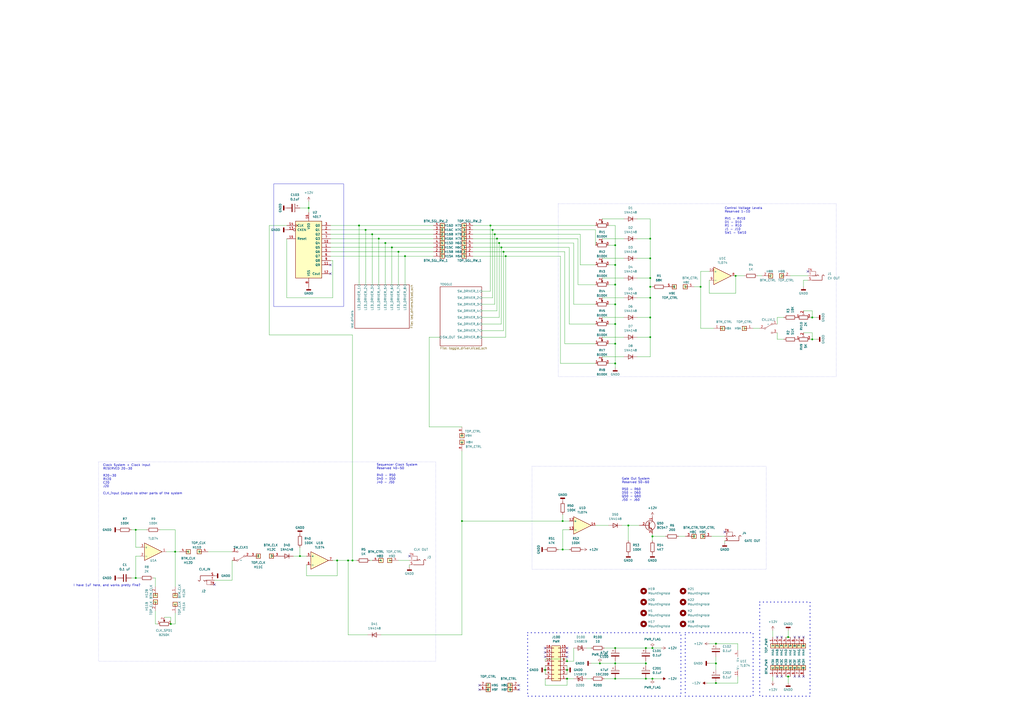
<source format=kicad_sch>
(kicad_sch (version 20230121) (generator eeschema)
  (paper "A2")
  (junction (at 457.2 369.57))
  (junction (at 347.98 384.81))
  (junction (at 267.97 302.26))
  (junction (at 223.52 140.97))
  (junction (at 356.87 153.67))
  (junction (at 78.74 335.28))
  (junction (at 364.49 304.8))
  (junction (at 356.87 393.7))
  (junction (at 328.93 388.62))
  (junction (at 287.02 135.89))
  (junction (at 356.87 199.39))
  (junction (at 227.33 143.51))
  (junction (at 356.87 142.24))
  (junction (at 219.71 138.43))
  (junction (at 173.99 322.58))
  (junction (at 290.83 143.51))
  (junction (at 288.29 138.43))
  (junction (at 374.65 375.92))
  (junction (at 378.46 311.15))
  (junction (at 328.93 393.7))
  (junction (at 284.48 130.81))
  (junction (at 101.6 320.04))
  (junction (at 377.19 138.43))
  (junction (at 99.06 361.95))
  (junction (at 374.65 384.81))
  (junction (at 374.65 393.7))
  (junction (at 316.23 388.62))
  (junction (at 234.95 148.59))
  (junction (at 406.4 166.37))
  (junction (at 356.87 384.81))
  (junction (at 378.46 375.92))
  (junction (at 356.87 210.82))
  (junction (at 179.07 120.65))
  (junction (at 208.28 130.81))
  (junction (at 356.87 176.53))
  (junction (at 356.87 165.1))
  (junction (at 378.46 393.7))
  (junction (at 426.72 160.02))
  (junction (at 471.17 184.15))
  (junction (at 195.58 325.12))
  (junction (at 285.75 133.35))
  (junction (at 377.19 195.58))
  (junction (at 377.19 166.37))
  (junction (at 471.17 196.85))
  (junction (at 377.19 184.15))
  (junction (at 78.74 307.34))
  (junction (at 377.19 172.72))
  (junction (at 293.37 148.59))
  (junction (at 356.87 187.96))
  (junction (at 415.29 396.24))
  (junction (at 377.19 149.86))
  (junction (at 457.2 392.43))
  (junction (at 292.1 146.05))
  (junction (at 415.29 373.38))
  (junction (at 204.47 325.12))
  (junction (at 415.29 384.81))
  (junction (at 201.93 325.12))
  (junction (at 212.09 133.35))
  (junction (at 326.39 318.77))
  (junction (at 289.56 140.97))
  (junction (at 215.9 135.89))
  (junction (at 377.19 161.29))
  (junction (at 356.87 375.92))
  (junction (at 328.93 383.54))
  (junction (at 326.39 302.26))
  (junction (at 231.14 146.05))
  (no_connect (at 453.39 392.43))
  (no_connect (at 316.23 378.46))
  (no_connect (at 237.49 322.58))
  (no_connect (at 450.85 392.43))
  (no_connect (at 461.01 392.43))
  (no_connect (at 450.85 369.57))
  (no_connect (at 328.93 378.46))
  (no_connect (at 278.13 400.05))
  (no_connect (at 453.39 369.57))
  (no_connect (at 463.55 392.43))
  (no_connect (at 124.46 339.09))
  (no_connect (at 328.93 381))
  (no_connect (at 468.63 157.48))
  (no_connect (at 316.23 381))
  (no_connect (at 463.55 369.57))
  (no_connect (at 420.37 308.61))
  (no_connect (at 328.93 375.92))
  (no_connect (at 466.09 392.43))
  (no_connect (at 191.77 158.75))
  (no_connect (at 461.01 369.57))
  (no_connect (at 300.99 400.05))
  (no_connect (at 466.09 369.57))
  (no_connect (at 316.23 375.92))
  (no_connect (at 300.99 397.51))
  (no_connect (at 191.77 153.67))
  (no_connect (at 278.13 397.51))
  (wire (pts (xy 95.25 358.14) (xy 99.06 358.14)))
  (wire (pts (xy 377.19 166.37) (xy 378.46 166.37)))
  (wire (pts (xy 231.14 325.12) (xy 237.49 325.12)))
  (wire (pts (xy 101.6 320.04) (xy 104.14 320.04)))
  (wire (pts (xy 166.37 172.72) (xy 166.37 138.43)))
  (wire (pts (xy 191.77 133.35) (xy 212.09 133.35)))
  (wire (pts (xy 471.17 180.34) (xy 471.17 184.15)))
  (wire (pts (xy 316.23 386.08) (xy 316.23 388.62)))
  (wire (pts (xy 364.49 304.8) (xy 370.84 304.8)))
  (wire (pts (xy 345.44 210.82) (xy 325.12 210.82)))
  (wire (pts (xy 356.87 384.81) (xy 356.87 386.08)))
  (wire (pts (xy 349.25 207.01) (xy 361.95 207.01)))
  (wire (pts (xy 374.65 383.54) (xy 374.65 384.81)))
  (wire (pts (xy 466.09 166.37) (xy 466.09 162.56)))
  (wire (pts (xy 457.2 396.24) (xy 457.2 392.43)))
  (wire (pts (xy 411.48 162.56) (xy 411.48 170.18)))
  (wire (pts (xy 353.06 165.1) (xy 356.87 165.1)))
  (wire (pts (xy 411.48 373.38) (xy 415.29 373.38)))
  (wire (pts (xy 353.06 130.81) (xy 356.87 130.81)))
  (wire (pts (xy 279.4 187.96) (xy 290.83 187.96)))
  (wire (pts (xy 213.36 368.3) (xy 201.93 368.3)))
  (wire (pts (xy 215.9 135.89) (xy 215.9 165.1)))
  (wire (pts (xy 177.8 334.01) (xy 195.58 334.01)))
  (wire (pts (xy 251.46 133.35) (xy 212.09 133.35)))
  (wire (pts (xy 353.06 153.67) (xy 356.87 153.67)))
  (wire (pts (xy 191.77 143.51) (xy 227.33 143.51)))
  (wire (pts (xy 195.58 334.01) (xy 195.58 325.12)))
  (wire (pts (xy 76.2 335.28) (xy 78.74 335.28)))
  (wire (pts (xy 177.8 327.66) (xy 177.8 334.01)))
  (wire (pts (xy 279.4 176.53) (xy 287.02 176.53)))
  (wire (pts (xy 223.52 140.97) (xy 223.52 165.1)))
  (wire (pts (xy 328.93 386.08) (xy 328.93 388.62)))
  (wire (pts (xy 469.9 184.15) (xy 471.17 184.15)))
  (wire (pts (xy 356.87 393.7) (xy 374.65 393.7)))
  (wire (pts (xy 415.29 384.81) (xy 415.29 388.62)))
  (wire (pts (xy 288.29 180.34) (xy 288.29 138.43)))
  (wire (pts (xy 223.52 140.97) (xy 251.46 140.97)))
  (wire (pts (xy 336.55 135.89) (xy 336.55 153.67)))
  (wire (pts (xy 78.74 307.34) (xy 85.09 307.34)))
  (wire (pts (xy 293.37 148.59) (xy 274.32 148.59)))
  (wire (pts (xy 292.1 146.05) (xy 327.66 146.05)))
  (wire (pts (xy 78.74 335.28) (xy 81.28 335.28)))
  (wire (pts (xy 450.85 184.15) (xy 450.85 187.96)))
  (wire (pts (xy 193.04 151.13) (xy 193.04 172.72)))
  (wire (pts (xy 374.65 384.81) (xy 374.65 386.08)))
  (wire (pts (xy 179.07 120.65) (xy 179.07 123.19)))
  (wire (pts (xy 99.06 361.95) (xy 99.06 358.14)))
  (wire (pts (xy 377.19 184.15) (xy 377.19 195.58)))
  (wire (pts (xy 393.7 311.15) (xy 397.51 311.15)))
  (wire (pts (xy 374.65 375.92) (xy 378.46 375.92)))
  (wire (pts (xy 457.2 369.57) (xy 455.93 369.57)))
  (wire (pts (xy 279.4 172.72) (xy 285.75 172.72)))
  (wire (pts (xy 353.06 176.53) (xy 356.87 176.53)))
  (wire (pts (xy 427.99 373.38) (xy 427.99 377.19)))
  (wire (pts (xy 436.88 190.5) (xy 440.69 190.5)))
  (wire (pts (xy 410.21 396.24) (xy 415.29 396.24)))
  (wire (pts (xy 378.46 311.15) (xy 378.46 313.69)))
  (wire (pts (xy 231.14 146.05) (xy 251.46 146.05)))
  (wire (pts (xy 466.09 193.04) (xy 471.17 193.04)))
  (wire (pts (xy 195.58 325.12) (xy 201.93 325.12)))
  (wire (pts (xy 364.49 313.69) (xy 364.49 304.8)))
  (wire (pts (xy 287.02 176.53) (xy 287.02 135.89)))
  (wire (pts (xy 411.48 170.18) (xy 426.72 170.18)))
  (wire (pts (xy 231.14 146.05) (xy 231.14 165.1)))
  (wire (pts (xy 325.12 148.59) (xy 325.12 210.82)))
  (wire (pts (xy 92.71 307.34) (xy 101.6 307.34)))
  (wire (pts (xy 179.07 116.84) (xy 179.07 120.65)))
  (wire (pts (xy 325.12 148.59) (xy 293.37 148.59)))
  (wire (pts (xy 316.23 382.27) (xy 328.93 382.27)))
  (wire (pts (xy 219.71 138.43) (xy 251.46 138.43)))
  (wire (pts (xy 369.57 161.29) (xy 377.19 161.29)))
  (wire (pts (xy 292.1 191.77) (xy 292.1 146.05)))
  (wire (pts (xy 326.39 307.34) (xy 326.39 318.77)))
  (wire (pts (xy 193.04 325.12) (xy 195.58 325.12)))
  (wire (pts (xy 356.87 383.54) (xy 356.87 384.81)))
  (wire (pts (xy 234.95 148.59) (xy 251.46 148.59)))
  (wire (pts (xy 454.66 196.85) (xy 450.85 196.85)))
  (wire (pts (xy 406.4 166.37) (xy 406.4 190.5)))
  (wire (pts (xy 349.25 172.72) (xy 361.95 172.72)))
  (wire (pts (xy 274.32 146.05) (xy 292.1 146.05)))
  (wire (pts (xy 458.47 369.57) (xy 457.2 369.57)))
  (wire (pts (xy 279.4 180.34) (xy 288.29 180.34)))
  (wire (pts (xy 267.97 261.62) (xy 267.97 302.26)))
  (wire (pts (xy 356.87 199.39) (xy 356.87 210.82)))
  (wire (pts (xy 237.49 328.93) (xy 237.49 327.66)))
  (wire (pts (xy 441.96 160.02) (xy 439.42 160.02)))
  (wire (pts (xy 290.83 187.96) (xy 290.83 143.51)))
  (wire (pts (xy 330.2 307.34) (xy 326.39 307.34)))
  (wire (pts (xy 219.71 138.43) (xy 219.71 165.1)))
  (wire (pts (xy 173.99 120.65) (xy 179.07 120.65)))
  (wire (pts (xy 90.17 335.28) (xy 88.9 335.28)))
  (wire (pts (xy 101.6 307.34) (xy 101.6 320.04)))
  (wire (pts (xy 234.95 148.59) (xy 234.95 165.1)))
  (wire (pts (xy 369.57 184.15) (xy 377.19 184.15)))
  (wire (pts (xy 204.47 325.12) (xy 207.01 325.12)))
  (wire (pts (xy 274.32 135.89) (xy 287.02 135.89)))
  (wire (pts (xy 377.19 172.72) (xy 377.19 184.15)))
  (wire (pts (xy 248.92 195.58) (xy 248.92 247.65)))
  (wire (pts (xy 274.32 138.43) (xy 288.29 138.43)))
  (wire (pts (xy 448.31 369.57) (xy 448.31 365.76)))
  (wire (pts (xy 458.47 160.02) (xy 468.63 160.02)))
  (wire (pts (xy 290.83 143.51) (xy 330.2 143.51)))
  (wire (pts (xy 406.4 157.48) (xy 406.4 166.37)))
  (wire (pts (xy 369.57 138.43) (xy 377.19 138.43)))
  (wire (pts (xy 288.29 138.43) (xy 335.28 138.43)))
  (wire (pts (xy 369.57 127) (xy 377.19 127)))
  (wire (pts (xy 335.28 165.1) (xy 345.44 165.1)))
  (wire (pts (xy 345.44 142.24) (xy 345.44 133.35)))
  (wire (pts (xy 332.74 176.53) (xy 345.44 176.53)))
  (wire (pts (xy 377.19 207.01) (xy 369.57 207.01)))
  (wire (pts (xy 191.77 135.89) (xy 215.9 135.89)))
  (wire (pts (xy 267.97 302.26) (xy 267.97 368.3)))
  (wire (pts (xy 201.93 368.3) (xy 201.93 325.12)))
  (wire (pts (xy 289.56 140.97) (xy 332.74 140.97)))
  (wire (pts (xy 274.32 133.35) (xy 285.75 133.35)))
  (wire (pts (xy 316.23 393.7) (xy 316.23 397.51)))
  (wire (pts (xy 204.47 325.12) (xy 201.93 325.12)))
  (wire (pts (xy 328.93 393.7) (xy 332.74 393.7)))
  (wire (pts (xy 471.17 193.04) (xy 471.17 196.85)))
  (wire (pts (xy 377.19 138.43) (xy 377.19 149.86)))
  (wire (pts (xy 350.52 393.7) (xy 356.87 393.7)))
  (wire (pts (xy 208.28 130.81) (xy 251.46 130.81)))
  (wire (pts (xy 212.09 133.35) (xy 212.09 165.1)))
  (wire (pts (xy 349.25 149.86) (xy 361.95 149.86)))
  (wire (pts (xy 316.23 388.62) (xy 316.23 391.16)))
  (wire (pts (xy 101.6 361.95) (xy 99.06 361.95)))
  (wire (pts (xy 458.47 392.43) (xy 457.2 392.43)))
  (wire (pts (xy 248.92 247.65) (xy 267.97 247.65)))
  (wire (pts (xy 349.25 138.43) (xy 361.95 138.43)))
  (wire (pts (xy 267.97 302.26) (xy 326.39 302.26)))
  (wire (pts (xy 356.87 375.92) (xy 374.65 375.92)))
  (wire (pts (xy 279.4 168.91) (xy 284.48 168.91)))
  (wire (pts (xy 356.87 142.24) (xy 356.87 153.67)))
  (wire (pts (xy 353.06 187.96) (xy 356.87 187.96)))
  (wire (pts (xy 326.39 298.45) (xy 326.39 302.26)))
  (wire (pts (xy 279.4 195.58) (xy 293.37 195.58)))
  (wire (pts (xy 274.32 140.97) (xy 289.56 140.97)))
  (wire (pts (xy 369.57 149.86) (xy 377.19 149.86)))
  (wire (pts (xy 328.93 388.62) (xy 328.93 391.16)))
  (wire (pts (xy 471.17 196.85) (xy 473.71 196.85)))
  (wire (pts (xy 96.52 320.04) (xy 101.6 320.04)))
  (wire (pts (xy 330.2 187.96) (xy 345.44 187.96)))
  (wire (pts (xy 220.98 368.3) (xy 267.97 368.3)))
  (wire (pts (xy 353.06 142.24) (xy 356.87 142.24)))
  (wire (pts (xy 76.2 307.34) (xy 78.74 307.34)))
  (wire (pts (xy 323.85 318.77) (xy 326.39 318.77)))
  (wire (pts (xy 120.65 320.04) (xy 134.62 320.04)))
  (wire (pts (xy 170.18 322.58) (xy 173.99 322.58)))
  (wire (pts (xy 166.37 130.81) (xy 156.21 130.81)))
  (wire (pts (xy 356.87 153.67) (xy 356.87 165.1)))
  (wire (pts (xy 81.28 317.5) (xy 78.74 317.5)))
  (wire (pts (xy 332.74 375.92) (xy 332.74 383.54)))
  (wire (pts (xy 193.04 172.72) (xy 166.37 172.72)))
  (wire (pts (xy 349.25 161.29) (xy 361.95 161.29)))
  (wire (pts (xy 448.31 392.43) (xy 448.31 394.97)))
  (wire (pts (xy 349.25 127) (xy 361.95 127)))
  (wire (pts (xy 454.66 184.15) (xy 450.85 184.15)))
  (wire (pts (xy 345.44 153.67) (xy 336.55 153.67)))
  (wire (pts (xy 374.65 393.7) (xy 378.46 393.7)))
  (wire (pts (xy 215.9 325.12) (xy 214.63 325.12)))
  (wire (pts (xy 284.48 130.81) (xy 284.48 168.91)))
  (wire (pts (xy 345.44 304.8) (xy 353.06 304.8)))
  (wire (pts (xy 287.02 135.89) (xy 336.55 135.89)))
  (wire (pts (xy 420.37 313.69) (xy 420.37 314.96)))
  (wire (pts (xy 326.39 318.77) (xy 330.2 318.77)))
  (wire (pts (xy 328.93 393.7) (xy 328.93 397.51)))
  (wire (pts (xy 412.75 311.15) (xy 420.37 311.15)))
  (wire (pts (xy 356.87 176.53) (xy 356.87 187.96)))
  (wire (pts (xy 191.77 130.81) (xy 208.28 130.81)))
  (wire (pts (xy 326.39 302.26) (xy 330.2 302.26)))
  (wire (pts (xy 101.6 355.6) (xy 101.6 361.95)))
  (wire (pts (xy 274.32 143.51) (xy 290.83 143.51)))
  (wire (pts (xy 415.29 381) (xy 415.29 384.81)))
  (wire (pts (xy 90.17 361.95) (xy 91.44 361.95)))
  (wire (pts (xy 378.46 311.15) (xy 386.08 311.15)))
  (wire (pts (xy 330.2 143.51) (xy 330.2 187.96)))
  (wire (pts (xy 350.52 375.92) (xy 356.87 375.92)))
  (wire (pts (xy 284.48 130.81) (xy 345.44 130.81)))
  (wire (pts (xy 415.29 396.24) (xy 427.99 396.24)))
  (wire (pts (xy 377.19 149.86) (xy 377.19 161.29)))
  (wire (pts (xy 415.29 373.38) (xy 427.99 373.38)))
  (wire (pts (xy 364.49 304.8) (xy 360.68 304.8)))
  (wire (pts (xy 377.19 161.29) (xy 377.19 166.37)))
  (wire (pts (xy 293.37 195.58) (xy 293.37 148.59)))
  (wire (pts (xy 347.98 384.81) (xy 356.87 384.81)))
  (wire (pts (xy 353.06 199.39) (xy 356.87 199.39)))
  (wire (pts (xy 78.74 322.58) (xy 78.74 335.28)))
  (wire (pts (xy 356.87 165.1) (xy 356.87 176.53)))
  (wire (pts (xy 377.19 166.37) (xy 377.19 172.72)))
  (wire (pts (xy 345.44 133.35) (xy 285.75 133.35)))
  (wire (pts (xy 191.77 138.43) (xy 219.71 138.43)))
  (wire (pts (xy 335.28 138.43) (xy 335.28 165.1)))
  (wire (pts (xy 450.85 196.85) (xy 450.85 193.04)))
  (wire (pts (xy 327.66 146.05) (xy 327.66 199.39)))
  (wire (pts (xy 469.9 196.85) (xy 471.17 196.85)))
  (wire (pts (xy 248.92 195.58) (xy 255.27 195.58)))
  (wire (pts (xy 356.87 384.81) (xy 374.65 384.81)))
  (wire (pts (xy 340.36 393.7) (xy 342.9 393.7)))
  (wire (pts (xy 134.62 336.55) (xy 134.62 325.12)))
  (wire (pts (xy 356.87 187.96) (xy 356.87 199.39)))
  (wire (pts (xy 90.17 335.28) (xy 90.17 340.36)))
  (wire (pts (xy 191.77 146.05) (xy 231.14 146.05)))
  (wire (pts (xy 411.48 384.81) (xy 415.29 384.81)))
  (wire (pts (xy 279.4 191.77) (xy 292.1 191.77)))
  (wire (pts (xy 81.28 322.58) (xy 78.74 322.58)))
  (wire (pts (xy 356.87 130.81) (xy 356.87 142.24)))
  (wire (pts (xy 426.72 160.02) (xy 431.8 160.02)))
  (wire (pts (xy 316.23 397.51) (xy 328.93 397.51)))
  (wire (pts (xy 414.02 190.5) (xy 406.4 190.5)))
  (wire (pts (xy 356.87 210.82) (xy 353.06 210.82)))
  (wire (pts (xy 378.46 393.7) (xy 383.54 393.7)))
  (wire (pts (xy 173.99 322.58) (xy 177.8 322.58)))
  (wire (pts (xy 411.48 157.48) (xy 406.4 157.48)))
  (wire (pts (xy 369.57 195.58) (xy 377.19 195.58)))
  (wire (pts (xy 471.17 184.15) (xy 473.71 184.15)))
  (wire (pts (xy 204.47 194.31) (xy 204.47 325.12)))
  (wire (pts (xy 173.99 317.5) (xy 173.99 322.58)))
  (wire (pts (xy 227.33 143.51) (xy 227.33 165.1)))
  (wire (pts (xy 327.66 199.39) (xy 345.44 199.39)))
  (wire (pts (xy 377.19 127) (xy 377.19 138.43)))
  (wire (pts (xy 124.46 336.55) (xy 134.62 336.55)))
  (wire (pts (xy 78.74 307.34) (xy 78.74 317.5)))
  (wire (pts (xy 402.59 166.37) (xy 406.4 166.37)))
  (wire (pts (xy 378.46 309.88) (xy 378.46 311.15)))
  (wire (pts (xy 101.6 320.04) (xy 101.6 340.36)))
  (wire (pts (xy 279.4 184.15) (xy 289.56 184.15)))
  (wire (pts (xy 328.93 383.54) (xy 332.74 383.54)))
  (wire (pts (xy 378.46 375.92) (xy 383.54 375.92)))
  (wire (pts (xy 349.25 195.58) (xy 361.95 195.58)))
  (wire (pts (xy 356.87 210.82) (xy 356.87 213.36)))
  (wire (pts (xy 426.72 170.18) (xy 426.72 160.02)))
  (wire (pts (xy 369.57 172.72) (xy 377.19 172.72)))
  (wire (pts (xy 457.2 369.57) (xy 457.2 365.76)))
  (wire (pts (xy 191.77 148.59) (xy 234.95 148.59)))
  (wire (pts (xy 289.56 184.15) (xy 289.56 140.97)))
  (wire (pts (xy 251.46 135.89) (xy 215.9 135.89)))
  (wire (pts (xy 466.09 180.34) (xy 471.17 180.34)))
  (wire (pts (xy 274.32 130.81) (xy 284.48 130.81)))
  (wire (pts (xy 457.2 392.43) (xy 455.93 392.43)))
  (wire (pts (xy 191.77 151.13) (xy 193.04 151.13)))
  (wire (pts (xy 466.09 162.56) (xy 468.63 162.56)))
  (wire (pts (xy 342.9 384.81) (xy 347.98 384.81)))
  (wire (pts (xy 377.19 195.58) (xy 377.19 207.01)))
  (wire (pts (xy 332.74 140.97) (xy 332.74 176.53)))
  (wire (pts (xy 208.28 130.81) (xy 208.28 165.1)))
  (wire (pts (xy 427.99 396.24) (xy 427.99 392.43)))
  (wire (pts (xy 191.77 140.97) (xy 223.52 140.97)))
  (wire (pts (xy 316.23 383.54) (xy 316.23 382.27)))
  (wire (pts (xy 328.93 382.27) (xy 328.93 383.54)))
  (wire (pts (xy 340.36 375.92) (xy 342.9 375.92)))
  (wire (pts (xy 156.21 194.31) (xy 204.47 194.31)))
  (wire (pts (xy 227.33 143.51) (xy 251.46 143.51)))
  (wire (pts (xy 349.25 184.15) (xy 361.95 184.15)))
  (wire (pts (xy 285.75 133.35) (xy 285.75 172.72)))
  (wire (pts (xy 90.17 354.33) (xy 90.17 361.95)))
  (wire (pts (xy 156.21 130.81) (xy 156.21 194.31)))
  (rectangle (start 323.85 118.11) (end 485.14 218.44) (stroke (width 0) (type dot)))
  (rectangle (start 306.07 367.03) (end 394.97 403.86) (stroke (width 0.5) (type dot)))
  (rectangle (start 158.75 106.68) (end 199.39 177.8))
  (rectangle (start 308.61 270.51) (end 444.5 330.2) (stroke (width 0) (type dot)))
  (rectangle (start 397.51 367.03) (end 436.88 403.86) (stroke (width 0.5) (type dot)))
  (rectangle (start 440.69 349.25) (end 469.9 403.86) (stroke (width 0.5) (type dot)))
  (rectangle (start 57.15 267.97) (end 252.73 383.54) (stroke (width 0) (type dot)))
  (text "Sequencer Clock System\nReserved 40-50\n\nR40 - R50\nD40 - D50\nJ40 - J50" (at 218.44 280.67 0) (effects (font (size 1.27 1.27)) (justify left bottom)))
  (text "Clock System + Clock Input\nRESERVED 20-30\n\nR20-30\nRV20\nC20\nJ20\n\nCLK_input (output to other parts of the system" (at 59.69 287.02 0) (effects (font (size 1.27 1.27)) (justify left bottom)))
  (text "I have 1uF here, and works pretty fine?" (at 42.545 340.36 0) (effects (font (size 1.27 1.27)) (justify left bottom)))
  (text "Control Voltage Levels\nReserved 1-10\n\nRV1 - RV10\nD1 - D10\nR1 - R10\nJ1 - J10\nSW1 - SW10" (at 420.37 135.89 0) (effects (font (size 1.27 1.27)) (justify left bottom)))
  (text "Gate Out System\nReserved 50-60\n\nR50 - R60\nD50 - D60\nQ50 - Q60\nJ50 - J60" (at 360.68 290.83 0) (effects (font (size 1.27 1.27)) (justify left bottom)))
  (symbol (lib_id "Device:C_Polarized") (at 170.18 120.65 270) (unit 1)
    (property "Reference" "C103" (at 171.069 113.03 90))
    (property "Value" "0.1uF" (at 171.069 115.57 90))
    (property "Footprint" "Capacitor_THT:CP_Radial_D4.0mm_P2.00mm" (effects hide))
  )
  (symbol (lib_id "Diode:1N4148") (at 365.76 184.15 180) (unit 1)
    (property "Reference" "D6" (at 365.76 177.8 0))
    (property "Value" "1N4148" (at 365.76 180.34 0))
    (property "Footprint" "Diode_THT:D_DO-35_SOD27_P7.62mm_Horizontal" (effects hide))
    (property "Datasheet" "https://assets.nexperia.com/documents/data-sheet/1N4148_1N4448.pdf" (effects hide))
    (property "Sim.Device" "D" (effects hide))
    (property "Sim.Pins" "1=K 2=A" (effects hide))
  )
  (symbol (lib_id "Synth_Custom:CONN_Socket_01x04") (at 256.54 140.97 0) (unit 4)
    (property "Reference" "H15" (at 260.35 140.97 0))
    (property "Value" "BTM_SGL_RW_1" (effects hide))
    (property "Footprint" "synth-custom:PinSocket_1x04_P2.00mm_Vertical" (effects hide))
  )
  (symbol (lib_id "power:GNDD") (at 68.58 307.34 270) (unit 1)
    (property "Reference" "#PWR01" (effects hide))
    (property "Value" "GNDD" (at 64.77 307.34 90) (effects (justify right)))
  )
  (symbol (lib_id "power:GNDD") (at 328.93 388.62 90) (unit 1)
    (property "Reference" "#PWR036" (effects hide))
    (property "Value" "GNDD" (at 332.74 388.62 90) (effects (justify right)))
  )
  (symbol (lib_id "power:-12V") (at 383.54 393.7 270) (unit 1)
    (property "Reference" "#PWR029" (effects hide))
    (property "Value" "-12V" (at 387.35 393.7 90) (effects (justify left)))
  )
  (symbol (lib_id "Synth_Custom:CONN_Socket_01x08") (at 453.39 387.35 90) (unit 3)
    (property "Reference" "H3" (at 453.39 386.08 0) (effects (justify left)))
    (property "Value" "BTM_PWR" (effects hide))
    (property "Footprint" "synth-custom:PinSocket_1x08_P2.00mm_Vertical" (effects hide))
  )
  (symbol (lib_id "Device:R_Potentiometer") (at 349.25 165.1 90) (unit 1)
    (property "Reference" "RV4" (at 349.25 168.91 90))
    (property "Value" "B100K" (at 349.25 171.45 90))
    (property "Footprint" "Potentiometer_THT:Potentiometer_TT_P0915N" (effects hide))
  )
  (symbol (lib_id "power:+12V") (at 448.31 394.97 180) (unit 1)
    (property "Reference" "#PWR039" (effects hide))
    (property "Value" "+12V" (at 448.31 400.05 0))
  )
  (symbol (lib_id "Synth_Custom:AudioJack2_PJ398SM") (at 119.38 336.55 0) (unit 1)
    (property "Reference" "J2" (at 118.11 342.9 0))
    (property "Value" "CLK_IN" (at 118.745 330.2 0))
    (property "Footprint" "synth-custom:Jack_3.5mm_QingPu_WQP-PJ398SM_Vertical_CircularHoles" (effects hide))
  )
  (symbol (lib_id "Synth_Custom:CONN_Socket_01x04") (at 101.6 345.44 270) (unit 1)
    (property "Reference" "H12" (at 106.68 344.17 0))
    (property "Value" "BTM_CLK" (at 104.14 342.9 0))
    (property "Footprint" "synth-custom:PinSocket_1x04_P2.00mm_Vertical" (effects hide))
  )
  (symbol (lib_id "power:GNDD") (at 457.2 365.76 180) (unit 1)
    (property "Reference" "#PWR033" (effects hide))
    (property "Value" "GNDD" (at 457.2 361.95 0))
  )
  (symbol (lib_id "Device:R") (at 378.46 317.5 180) (unit 1)
    (property "Reference" "R54" (at 381 316.23 0) (effects (justify right)))
    (property "Value" "4K7" (at 381 318.77 0) (effects (justify right)))
    (property "Footprint" "Resistor_THT:R_Axial_DIN0207_L6.3mm_D2.5mm_P10.16mm_Horizontal" (effects hide))
  )
  (symbol (lib_id "Synth_Custom:AudioJack2_PJ398SM") (at 425.45 311.15 180) (unit 1)
    (property "Reference" "J4" (at 430.53 309.245 0) (effects (justify right)))
    (property "Value" "GATE OUT" (at 431.8 313.69 0) (effects (justify right)))
    (property "Footprint" "synth-custom:Jack_3.5mm_QingPu_WQP-PJ398SM_Vertical_CircularHoles" (effects hide))
  )
  (symbol (lib_id "Synth_Custom:CONN_Socket_01x08") (at 402.59 311.15 0) (unit 3)
    (property "Reference" "H8" (at 400.05 308.61 0) (effects (justify left)))
    (property "Value" "BTM_CTRL" (at 396.24 306.07 0) (effects (justify left)))
    (property "Footprint" "synth-custom:PinSocket_1x08_P2.00mm_Vertical" (effects hide))
  )
  (symbol (lib_id "Amplifier_Operational:TL074") (at 419.1 160.02 0) (unit 3)
    (property "Reference" "U1" (at 419.1 149.86 0))
    (property "Value" "TL074" (at 419.1 152.4 0))
    (property "Footprint" "Package_DIP:DIP-14_W7.62mm_Socket_LongPads" (effects hide))
    (property "Datasheet" "http://www.ti.com/lit/ds/symlink/tl071.pdf" (effects hide))
  )
  (symbol (lib_id "Synth_Custom:CONN_Socket_01x04") (at 256.54 138.43 0) (unit 1)
    (property "Reference" "H16" (at 260.35 138.43 0))
    (property "Value" "BTM_SGL_RW_2" (at 252.73 128.27 0))
    (property "Footprint" "synth-custom:PinSocket_1x04_P2.00mm_Vertical" (effects hide))
  )
  (symbol (lib_id "Synth_Custom:CONN_Header_01x08") (at 407.67 311.15 180) (unit 3)
    (property "Reference" "H9" (at 407.67 308.61 0))
    (property "Value" "TOP_CTRL" (at 410.21 306.07 0))
    (property "Footprint" "synth-custom:PinHeader_1x08_P2.00mm_Vertical" (effects hide))
  )
  (symbol (lib_id "Diode:1N4148") (at 356.87 304.8 180) (unit 1)
    (property "Reference" "D50" (at 356.87 298.45 0))
    (property "Value" "1N4148" (at 356.87 300.99 0))
    (property "Footprint" "Diode_THT:D_DO-35_SOD27_P7.62mm_Horizontal" (effects hide))
    (property "Datasheet" "https://assets.nexperia.com/documents/data-sheet/1N4148_1N4448.pdf" (effects hide))
    (property "Sim.Device" "D" (effects hide))
    (property "Sim.Pins" "1=K 2=A" (effects hide))
  )
  (symbol (lib_id "Synth_Custom:AudioJack2_PJ398SM") (at 242.57 325.12 180) (unit 1)
    (property "Reference" "J3" (at 247.65 323.215 0) (effects (justify right)))
    (property "Value" "CLK OUT" (at 240.03 318.77 0) (effects (justify right)))
    (property "Footprint" "synth-custom:Jack_3.5mm_QingPu_WQP-PJ398SM_Vertical_CircularHoles" (effects hide))
  )
  (symbol (lib_id "power:GNDD") (at 420.37 314.96 0) (unit 1)
    (property "Reference" "#PWR014" (effects hide))
    (property "Value" "GNDD" (at 420.37 318.77 0))
  )
  (symbol (lib_id "Device:R") (at 85.09 335.28 270) (unit 1)
    (property "Reference" "R8" (at 85.09 328.93 90))
    (property "Value" "2K" (at 85.09 331.47 90))
    (property "Footprint" "Resistor_THT:R_Axial_DIN0207_L6.3mm_D2.5mm_P10.16mm_Horizontal" (effects hide))
  )
  (symbol (lib_id "Amplifier_Operational:TL074") (at 337.82 304.8 0) (unit 4)
    (property "Reference" "U1" (at 337.82 294.64 0))
    (property "Value" "TL074" (at 337.82 297.18 0))
    (property "Footprint" "Package_DIP:DIP-14_W7.62mm_Socket_LongPads" (effects hide))
    (property "Datasheet" "http://www.ti.com/lit/ds/symlink/tl071.pdf" (effects hide))
  )
  (symbol (lib_id "Synth_Custom:CONN_Header_01x04") (at 269.24 146.05 180) (unit 2)
    (property "Reference" "H6" (at 267.97 146.05 0) (effects (justify left)))
    (property "Value" "TOP_SGL_RW_1" (effects hide))
    (property "Footprint" "synth-custom:PinHeader_1x04_P2.00mm_Vertical" (effects hide))
  )
  (symbol (lib_id "power:+12V") (at 337.82 318.77 270) (unit 1)
    (property "Reference" "#PWR034" (effects hide))
    (property "Value" "+12V" (at 341.63 318.77 90) (effects (justify left)))
  )
  (symbol (lib_id "Diode:1N4148") (at 217.17 368.3 0) (unit 1)
    (property "Reference" "D41" (at 217.17 361.95 0))
    (property "Value" "1N4148" (at 217.17 364.49 0))
    (property "Footprint" "Diode_THT:D_DO-35_SOD27_P7.62mm_Horizontal" (effects hide))
    (property "Datasheet" "https://assets.nexperia.com/documents/data-sheet/1N4148_1N4448.pdf" (effects hide))
    (property "Sim.Device" "D" (effects hide))
    (property "Sim.Pins" "1=K 2=A" (effects hide))
  )
  (symbol (lib_id "power:GNDD") (at 173.99 309.88 180) (unit 1)
    (property "Reference" "#PWR022" (effects hide))
    (property "Value" "GNDD" (at 173.99 306.07 0))
  )
  (symbol (lib_id "Diode:1N4148") (at 365.76 138.43 180) (unit 1)
    (property "Reference" "D2" (at 365.76 132.08 0))
    (property "Value" "1N4148" (at 365.76 134.62 0))
    (property "Footprint" "Diode_THT:D_DO-35_SOD27_P7.62mm_Horizontal" (effects hide))
    (property "Datasheet" "https://assets.nexperia.com/documents/data-sheet/1N4148_1N4448.pdf" (effects hide))
    (property "Sim.Device" "D" (effects hide))
    (property "Sim.Pins" "1=K 2=A" (effects hide))
  )
  (symbol (lib_id "power:GNDD") (at 326.39 290.83 180) (unit 1)
    (property "Reference" "#PWR023" (effects hide))
    (property "Value" "GNDD" (at 326.39 287.02 0))
  )
  (symbol (lib_id "Device:R") (at 210.82 325.12 270) (unit 1)
    (property "Reference" "R5" (at 210.82 318.77 90))
    (property "Value" "1K" (at 210.82 321.31 90))
    (property "Footprint" "Resistor_THT:R_Axial_DIN0207_L6.3mm_D2.5mm_P10.16mm_Horizontal" (effects hide))
  )
  (symbol (lib_id "Synth_Custom:CONN_Header_01x08") (at 453.39 160.02 180) (unit 2)
    (property "Reference" "H9" (at 453.39 157.48 0))
    (property "Value" "TOP_CTRL" (at 455.93 162.56 0))
    (property "Footprint" "synth-custom:PinHeader_1x08_P2.00mm_Vertical" (effects hide))
  )
  (symbol (lib_id "Mechanical:MountingHole") (at 396.24 361.95 0) (unit 1)
    (property "Reference" "H18" (at 398.78 360.68 0) (effects (justify left)))
    (property "Value" "MountingHole" (at 398.78 363.22 0) (effects (justify left)))
    (property "Footprint" "MountingHole:MountingHole_3.5mm" (effects hide))
  )
  (symbol (lib_id "power:+12V") (at 411.48 373.38 90) (unit 1)
    (property "Reference" "#PWR024" (effects hide))
    (property "Value" "+12V" (at 407.67 373.38 90) (effects (justify left)))
  )
  (symbol (lib_id "Diode:1N4148") (at 365.76 149.86 180) (unit 1)
    (property "Reference" "D3" (at 365.76 143.51 0))
    (property "Value" "1N4148" (at 365.76 146.05 0))
    (property "Footprint" "Diode_THT:D_DO-35_SOD27_P7.62mm_Horizontal" (effects hide))
    (property "Datasheet" "https://assets.nexperia.com/documents/data-sheet/1N4148_1N4448.pdf" (effects hide))
    (property "Sim.Device" "D" (effects hide))
    (property "Sim.Pins" "1=K 2=A" (effects hide))
  )
  (symbol (lib_id "Diode:1N4148") (at 365.76 207.01 180) (unit 1)
    (property "Reference" "D8" (at 365.76 200.66 0))
    (property "Value" "1N4148" (at 365.76 203.2 0))
    (property "Footprint" "Diode_THT:D_DO-35_SOD27_P7.62mm_Horizontal" (effects hide))
    (property "Datasheet" "https://assets.nexperia.com/documents/data-sheet/1N4148_1N4448.pdf" (effects hide))
    (property "Sim.Device" "D" (effects hide))
    (property "Sim.Pins" "1=K 2=A" (effects hide))
  )
  (symbol (lib_id "Diode:1N4148") (at 365.76 127 180) (unit 1)
    (property "Reference" "D1" (at 365.76 120.65 0))
    (property "Value" "1N4148" (at 365.76 123.19 0))
    (property "Footprint" "Diode_THT:D_DO-35_SOD27_P7.62mm_Horizontal" (effects hide))
    (property "Datasheet" "https://assets.nexperia.com/documents/data-sheet/1N4148_1N4448.pdf" (effects hide))
    (property "Sim.Device" "D" (effects hide))
    (property "Sim.Pins" "1=K 2=A" (effects hide))
  )
  (symbol (lib_id "Synth_Custom:CONN_Header_01x08") (at 391.16 166.37 0) (unit 5)
    (property "Reference" "H9" (at 389.89 170.18 0))
    (property "Value" "TOP_CTRL" (at 388.62 172.72 0))
    (property "Footprint" "synth-custom:PinHeader_1x08_P2.00mm_Vertical" (effects hide))
  )
  (symbol (lib_id "Diode:1N5819") (at 336.55 393.7 0) (unit 1)
    (property "Reference" "D200" (at 336.55 397.51 0))
    (property "Value" "1N5819" (at 336.55 391.16 0))
    (property "Footprint" "Diode_THT:D_DO-35_SOD27_P7.62mm_Horizontal" (effects hide))
    (property "Datasheet" "http://www.vishay.com/docs/88525/1n5817.pdf" (effects hide))
  )
  (symbol (lib_id "Synth_Custom:CONN_Header_01x04") (at 269.24 135.89 180) (unit 2)
    (property "Reference" "H7" (at 267.97 135.89 0) (effects (justify left)))
    (property "Value" "TOP_SGL_RW_2" (effects hide))
    (property "Footprint" "synth-custom:PinHeader_1x04_P2.00mm_Vertical" (effects hide))
  )
  (symbol (lib_id "Device:C_Polarized") (at 415.29 392.43 0) (unit 1)
    (property "Reference" "C202" (at 419.1 390.271 0) (effects (justify left)))
    (property "Value" "0.1uF" (at 419.1 392.811 0) (effects (justify left)))
    (property "Footprint" "Capacitor_THT:CP_Radial_D4.0mm_P2.00mm" (effects hide))
  )
  (symbol (lib_id "Device:R_Potentiometer") (at 349.25 187.96 90) (unit 1)
    (property "Reference" "RV6" (at 349.25 191.77 90))
    (property "Value" "B100K" (at 349.25 194.31 90))
    (property "Footprint" "Potentiometer_THT:Potentiometer_TT_P0915N" (effects hide))
  )
  (symbol (lib_id "Device:R") (at 326.39 294.64 0) (unit 1)
    (property "Reference" "R50" (at 328.93 293.37 0) (effects (justify left)))
    (property "Value" "100K" (at 328.93 295.91 0) (effects (justify left)))
    (property "Footprint" "Resistor_THT:R_Axial_DIN0207_L6.3mm_D2.5mm_P10.16mm_Horizontal" (effects hide))
  )
  (symbol (lib_id "Synth_Custom:CONN_Socket_01x08") (at 466.09 387.35 90) (unit 8)
    (property "Reference" "H3" (at 466.09 386.08 0) (effects (justify left)))
    (property "Value" "BTM_PWR" (effects hide))
    (property "Footprint" "synth-custom:PinSocket_1x08_P2.00mm_Vertical" (effects hide))
  )
  (symbol (lib_id "Device:R_Potentiometer") (at 349.25 210.82 90) (unit 1)
    (property "Reference" "RV8" (at 349.25 214.63 90))
    (property "Value" "B100K" (at 349.25 217.17 90))
    (property "Footprint" "Potentiometer_THT:Potentiometer_TT_P0915N" (effects hide))
  )
  (symbol (lib_id "Device:R") (at 389.89 311.15 270) (unit 1)
    (property "Reference" "R6" (at 389.89 304.8 90))
    (property "Value" "200" (at 389.89 307.34 90))
    (property "Footprint" "Resistor_THT:R_Axial_DIN0207_L6.3mm_D2.5mm_P10.16mm_Horizontal" (effects hide))
  )
  (symbol (lib_id "power:GNDD") (at 356.87 213.36 0) (unit 1)
    (property "Reference" "#PWR02" (effects hide))
    (property "Value" "GNDD" (at 356.87 217.17 0))
  )
  (symbol (lib_id "Synth_Custom:CONN_Header_01x04") (at 269.24 143.51 180) (unit 3)
    (property "Reference" "H6" (at 267.97 143.51 0) (effects (justify left)))
    (property "Value" "TOP_SGL_RW_1" (effects hide))
    (property "Footprint" "synth-custom:PinHeader_1x04_P2.00mm_Vertical" (effects hide))
  )
  (symbol (lib_id "Synth_Custom:CONN_Socket_01x08") (at 419.1 190.5 0) (unit 1)
    (property "Reference" "H8" (at 420.37 190.5 0) (effects (justify left)))
    (property "Value" "BTM_CTRL" (at 415.29 186.69 0) (effects (justify left)))
    (property "Footprint" "synth-custom:PinSocket_1x08_P2.00mm_Vertical" (effects hide))
  )
  (symbol (lib_id "Diode:1N4148") (at 365.76 172.72 180) (unit 1)
    (property "Reference" "D5" (at 365.76 167.64 0))
    (property "Value" "1N4148" (at 365.76 170.18 0))
    (property "Footprint" "Diode_THT:D_DO-35_SOD27_P7.62mm_Horizontal" (effects hide))
    (property "Datasheet" "https://assets.nexperia.com/documents/data-sheet/1N4148_1N4448.pdf" (effects hide))
    (property "Sim.Device" "D" (effects hide))
    (property "Sim.Pins" "1=K 2=A" (effects hide))
  )
  (symbol (lib_id "4xxx:4017") (at 179.07 143.51 0) (unit 1)
    (property "Reference" "U2" (at 181.2641 123.19 0) (effects (justify left)))
    (property "Value" "4017" (at 181.2641 125.73 0) (effects (justify left)))
    (property "Footprint" "Package_DIP:DIP-16_W7.62mm_Socket_LongPads" (effects hide))
    (property "Datasheet" "http://www.intersil.com/content/dam/Intersil/documents/cd40/cd4017bms-22bms.pdf" (effects hide))
  )
  (symbol (lib_id "Synth_Custom:CONN_Socket_01x08") (at 458.47 387.35 90) (unit 5)
    (property "Reference" "H3" (at 458.47 386.08 0) (effects (justify left)))
    (property "Value" "BTM_PWR" (effects hide))
    (property "Footprint" "synth-custom:PinSocket_1x08_P2.00mm_Vertical" (effects hide))
  )
  (symbol (lib_id "Synth_Custom:CONN_Header_01x08") (at 283.21 397.51 0) (unit 7)
    (property "Reference" "H9" (at 287.02 397.51 0))
    (property "Value" "TOP_CTRL" (at 283.21 392.43 0))
    (property "Footprint" "synth-custom:PinHeader_1x08_P2.00mm_Vertical" (effects hide))
  )
  (symbol (lib_id "Synth_Custom:CONN_Header_01x04") (at 101.6 350.52 90) (unit 1)
    (property "Reference" "H11" (at 106.68 354.33 0) (effects (justify left)))
    (property "Value" "TOP_CLK" (at 104.14 356.87 0) (effects (justify left)))
    (property "Footprint" "synth-custom:PinHeader_1x04_P2.00mm_Vertical" (effects hide))
  )
  (symbol (lib_id "Device:R_Potentiometer") (at 349.25 142.24 90) (unit 1)
    (property "Reference" "RV2" (at 349.25 146.05 90))
    (property "Value" "B100K" (at 349.25 148.59 90))
    (property "Footprint" "Potentiometer_THT:Potentiometer_TT_P0915N" (effects hide))
  )
  (symbol (lib_id "Synth_Custom:CONN_Socket_01x08") (at 463.55 387.35 90) (unit 7)
    (property "Reference" "H3" (at 463.55 386.08 0) (effects (justify left)))
    (property "Value" "BTM_PWR" (effects hide))
    (property "Footprint" "synth-custom:PinSocket_1x08_P2.00mm_Vertical" (effects hide))
  )
  (symbol (lib_id "Device:R_Potentiometer") (at 95.25 361.95 90) (unit 1)
    (property "Reference" "CLK_SPD1" (at 95.25 365.76 90))
    (property "Value" "B250K" (at 95.25 368.3 90))
    (property "Footprint" "Potentiometer_THT:Potentiometer_TT_P0915N" (effects hide))
  )
  (symbol (lib_id "Synth_Custom:CONN_Socket_01x08") (at 295.91 397.51 180) (unit 7)
    (property "Reference" "H8" (at 294.64 397.51 0) (effects (justify left)))
    (property "Value" "BTM_CTRL" (at 299.72 393.7 0) (effects (justify left)))
    (property "Footprint" "synth-custom:PinSocket_1x08_P2.00mm_Vertical" (effects hide))
  )
  (symbol (lib_id "Synth_Custom:CONN_Socket_01x08") (at 267.97 256.54 90) (unit 8)
    (property "Reference" "H8" (at 274.32 256.54 90) (effects (justify left)))
    (property "Value" "BTM_CTRL" (at 279.4 259.08 90) (effects (justify left)))
    (property "Footprint" "synth-custom:PinSocket_1x08_P2.00mm_Vertical" (effects hide))
  )
  (symbol (lib_id "Device:R_Potentiometer") (at 349.25 153.67 90) (unit 1)
    (property "Reference" "RV3" (at 349.25 157.48 90))
    (property "Value" "B100K" (at 349.25 160.02 90))
    (property "Footprint" "Potentiometer_THT:Potentiometer_TT_P0915N" (effects hide))
  )
  (symbol (lib_id "Synth_Custom:CONN_Header_01x08") (at 453.39 374.65 270) (unit 3)
    (property "Reference" "H4" (at 453.39 378.46 0))
    (property "Value" "TOP_PWR" (effects hide))
    (property "Footprint" "synth-custom:PinHeader_1x08_P2.00mm_Vertical" (effects hide))
  )
  (symbol (lib_id "Mechanical:MountingHole") (at 396.24 342.9 0) (unit 1)
    (property "Reference" "H21" (at 398.78 341.63 0) (effects (justify left)))
    (property "Value" "MountingHole" (at 398.78 344.17 0) (effects (justify left)))
    (property "Footprint" "MountingHole:MountingHole_3.5mm" (effects hide))
  )
  (symbol (lib_id "Device:C_Polarized") (at 374.65 389.89 0) (unit 1)
    (property "Reference" "C201" (at 378.46 387.731 0) (effects (justify left)))
    (property "Value" "0.1uF" (at 378.46 390.271 0) (effects (justify left)))
    (property "Footprint" "Capacitor_THT:CP_Radial_D4.0mm_P2.00mm" (effects hide))
  )
  (symbol (lib_id "power:GNDD") (at 411.48 384.81 270) (unit 1)
    (property "Reference" "#PWR025" (effects hide))
    (property "Value" "GNDD" (at 407.67 384.81 90) (effects (justify right)))
  )
  (symbol (lib_id "power:+12V") (at 378.46 299.72 0) (unit 1)
    (property "Reference" "#PWR042" (effects hide))
    (property "Value" "+12V" (at 378.46 294.64 0))
  )
  (symbol (lib_id "power:GNDD") (at 473.71 184.15 90) (unit 1)
    (property "Reference" "#PWR04" (effects hide))
    (property "Value" "GNDD" (at 477.52 184.15 0))
  )
  (symbol (lib_id "Synth_Custom:CONN_Socket_01x08") (at 447.04 160.02 0) (unit 2)
    (property "Reference" "H8" (at 444.5 157.48 0) (effects (justify left)))
    (property "Value" "BTM_CTRL" (at 440.69 162.56 0) (effects (justify left)))
    (property "Footprint" "synth-custom:PinSocket_1x08_P2.00mm_Vertical" (effects hide))
  )
  (symbol (lib_id "Synth_Custom:CONN_Header_01x08") (at 458.47 374.65 270) (unit 5)
    (property "Reference" "H4" (at 458.47 378.46 0))
    (property "Value" "TOP_PWR" (effects hide))
    (property "Footprint" "synth-custom:PinHeader_1x08_P2.00mm_Vertical" (effects hide))
  )
  (symbol (lib_id "Synth_Custom:CONN_Socket_01x08") (at 450.85 387.35 90) (unit 2)
    (property "Reference" "H3" (at 450.85 386.08 0) (effects (justify left)))
    (property "Value" "BTM_PWR" (effects hide))
    (property "Footprint" "synth-custom:PinSocket_1x08_P2.00mm_Vertical" (effects hide))
  )
  (symbol (lib_id "Diode:1N5819") (at 336.55 375.92 180) (unit 1)
    (property "Reference" "D100" (at 336.8675 369.57 0))
    (property "Value" "1N5819" (at 336.8675 372.11 0))
    (property "Footprint" "Diode_THT:D_DO-35_SOD27_P7.62mm_Horizontal" (effects hide))
    (property "Datasheet" "http://www.vishay.com/docs/88525/1n5817.pdf" (effects hide))
  )
  (symbol (lib_id "Synth_Custom:CONN_Socket_01x04") (at 157.48 322.58 180) (unit 3)
    (property "Reference" "H12" (at 160.02 318.77 0) (effects (justify left)))
    (property "Value" "BTM_CLK" (at 161.29 316.23 0) (effects (justify left)))
    (property "Footprint" "synth-custom:PinSocket_1x04_P2.00mm_Vertical" (effects hide))
  )
  (symbol (lib_id "Synth_Custom:CONN_Header_01x04") (at 269.24 148.59 180) (unit 1)
    (property "Reference" "H6" (at 267.97 148.59 0) (effects (justify left)))
    (property "Value" "TOP_SGL_RW_1" (at 279.4 151.13 0) (effects (justify left)))
    (property "Footprint" "synth-custom:PinHeader_1x04_P2.00mm_Vertical" (effects hide))
  )
  (symbol (lib_id "power:GNDD") (at 124.46 334.01 90) (unit 1)
    (property "Reference" "#PWR016" (effects hide))
    (property "Value" "GNDD" (at 128.27 334.01 90) (effects (justify right)))
  )
  (symbol (lib_id "Device:C") (at 72.39 335.28 90) (unit 1)
    (property "Reference" "C1" (at 72.39 327.66 90))
    (property "Value" "0.1 uF" (at 72.39 330.2 90))
    (property "Footprint" "Capacitor_THT:C_Rect_L7.2mm_W3.5mm_P5.00mm_FKS2_FKP2_MKS2_MKP2" (effects hide))
  )
  (symbol (lib_id "power:GNDD") (at 316.23 388.62 270) (unit 1)
    (property "Reference" "#PWR027" (effects hide))
    (property "Value" "GNDD" (at 312.42 388.62 90) (effects (justify right)))
  )
  (symbol (lib_id "Synth_Custom:CONN_Header_01x04") (at 269.24 130.81 180) (unit 4)
    (property "Reference" "H7" (at 267.97 130.81 0) (effects (justify left)))
    (property "Value" "TOP_SGL_RW_2" (effects hide))
    (property "Footprint" "synth-custom:PinHeader_1x04_P2.00mm_Vertical" (effects hide))
  )
  (symbol (lib_id "Synth_Custom:CONN_Socket_01x08") (at 448.31 387.35 90) (unit 1)
    (property "Reference" "H3" (at 448.31 386.08 0) (effects (justify left)))
    (property "Value" "BTM_PWR" (at 444.5 391.16 0) (effects (justify left)))
    (property "Footprint" "synth-custom:PinSocket_1x08_P2.00mm_Vertical" (effects hide))
  )
  (symbol (lib_id "Amplifier_Operational:TL074") (at 88.9 320.04 0) (unit 1)
    (property "Reference" "U1" (at 88.9 325.12 0))
    (property "Value" "TL074" (at 88.9 312.42 0))
    (property "Footprint" "Package_DIP:DIP-14_W7.62mm_Socket_LongPads" (effects hide))
    (property "Datasheet" "http://www.ti.com/lit/ds/symlink/tl071.pdf" (effects hide))
  )
  (symbol (lib_id "power:GNDD") (at 473.71 196.85 90) (unit 1)
    (property "Reference" "#PWR03" (effects hide))
    (property "Value" "GNDD" (at 477.52 196.85 0))
  )
  (symbol (lib_id "power:GNDD") (at 166.37 133.35 270) (unit 1)
    (property "Reference" "#PWR021" (effects hide))
    (property "Value" "GNDD" (at 162.56 133.35 90) (effects (justify right)))
  )
  (symbol (lib_id "power:-12V") (at 410.21 396.24 90) (unit 1)
    (property "Reference" "#PWR026" (effects hide))
    (property "Value" "-12V" (at 406.4 396.24 90) (effects (justify left)))
  )
  (symbol (lib_id "Diode:1N4148") (at 365.76 161.29 180) (unit 1)
    (property "Reference" "D4" (at 365.76 154.94 0))
    (property "Value" "1N4148" (at 365.76 157.48 0))
    (property "Footprint" "Diode_THT:D_DO-35_SOD27_P7.62mm_Horizontal" (effects hide))
    (property "Datasheet" "https://assets.nexperia.com/documents/data-sheet/1N4148_1N4448.pdf" (effects hide))
    (property "Sim.Device" "D" (effects hide))
    (property "Sim.Pins" "1=K 2=A" (effects hide))
  )
  (symbol (lib_id "Device:R") (at 364.49 317.5 180) (unit 1)
    (property "Reference" "R53" (at 367.03 316.23 0) (effects (justify right)))
    (property "Value" "100K" (at 367.03 318.77 0) (effects (justify right)))
    (property "Footprint" "Resistor_THT:R_Axial_DIN0207_L6.3mm_D2.5mm_P10.16mm_Horizontal" (effects hide))
  )
  (symbol (lib_id "power:GNDD") (at 457.2 396.24 0) (unit 1)
    (property "Reference" "#PWR038" (effects hide))
    (property "Value" "GNDD" (at 457.2 400.05 0))
  )
  (symbol (lib_id "Device:C_Polarized") (at 374.65 379.73 0) (unit 1)
    (property "Reference" "C101" (at 378.46 377.571 0) (effects (justify left)))
    (property "Value" "0.1uF" (at 378.46 380.111 0) (effects (justify left)))
    (property "Footprint" "Capacitor_THT:CP_Radial_D4.0mm_P2.00mm" (effects hide))
  )
  (symbol (lib_id "Synth_Custom:CONN_Socket_01x04") (at 256.54 130.81 0) (unit 4)
    (property "Reference" "H16" (at 260.35 130.81 0))
    (property "Value" "BTM_SGL_RW_2" (effects hide))
    (property "Footprint" "synth-custom:PinSocket_1x04_P2.00mm_Vertical" (effects hide))
  )
  (symbol (lib_id "Device:R_Potentiometer") (at 349.25 199.39 90) (unit 1)
    (property "Reference" "RV7" (at 349.25 203.2 90))
    (property "Value" "B100K" (at 349.25 205.74 90))
    (property "Footprint" "Potentiometer_THT:Potentiometer_TT_P0915N" (effects hide))
  )
  (symbol (lib_id "Synth_Custom:CONN_Header_01x08") (at 450.85 374.65 270) (unit 2)
    (property "Reference" "H4" (at 450.85 378.46 0))
    (property "Value" "TOP_PWR" (effects hide))
    (property "Footprint" "synth-custom:PinHeader_1x08_P2.00mm_Vertical" (effects hide))
  )
  (symbol (lib_id "power:PWR_FLAG") (at 347.98 384.81 0) (unit 1)
    (property "Reference" "#FLG03" (effects hide))
    (property "Value" "PWR_FLAG" (at 347.98 379.73 0))
  )
  (symbol (lib_id "Device:R") (at 88.9 307.34 270) (unit 1)
    (property "Reference" "R9" (at 88.9 300.99 90))
    (property "Value" "100K" (at 88.9 303.53 90))
    (property "Footprint" "Resistor_THT:R_Axial_DIN0207_L6.3mm_D2.5mm_P10.16mm_Horizontal" (effects hide))
  )
  (symbol (lib_id "Synth_Custom:CONN_Header_01x08") (at 448.31 374.65 270) (unit 1)
    (property "Reference" "H4" (at 448.31 378.46 0))
    (property "Value" "TOP_PWR" (at 444.5 374.65 0))
    (property "Footprint" "synth-custom:PinHeader_1x08_P2.00mm_Vertical" (effects hide))
  )
  (symbol (lib_id "Mechanical:MountingHole") (at 373.38 342.9 0) (unit 1)
    (property "Reference" "H19" (at 375.92 341.63 0) (effects (justify left)))
    (property "Value" "MountingHole" (at 375.92 344.17 0) (effects (justify left)))
    (property "Footprint" "MountingHole:MountingHole_3.5mm" (effects hide))
  )
  (symbol (lib_id "Synth_Custom:CONN_Header_01x08") (at 455.93 374.65 270) (unit 4)
    (property "Reference" "H4" (at 455.93 378.46 0))
    (property "Value" "TOP_PWR" (effects hide))
    (property "Footprint" "synth-custom:PinHeader_1x08_P2.00mm_Vertical" (effects hide))
  )
  (symbol (lib_id "power:+12V") (at 179.07 116.84 0) (unit 1)
    (property "Reference" "#PWR017" (effects hide))
    (property "Value" "+12V" (at 179.07 111.76 0))
  )
  (symbol (lib_id "Synth_Custom:CONN_Header_01x04") (at 269.24 140.97 180) (unit 4)
    (property "Reference" "H6" (at 267.97 140.97 0) (effects (justify left)))
    (property "Value" "TOP_SGL_RW_1" (effects hide))
    (property "Footprint" "synth-custom:PinHeader_1x04_P2.00mm_Vertical" (effects hide))
  )
  (symbol (lib_id "Device:R") (at 346.71 393.7 270) (unit 1)
    (property "Reference" "R200" (at 346.71 397.51 90))
    (property "Value" "10" (at 346.71 391.16 90))
    (property "Footprint" "Resistor_THT:R_Axial_DIN0207_L6.3mm_D2.5mm_P10.16mm_Horizontal" (effects hide))
  )
  (symbol (lib_id "Diode:1N4148") (at 365.76 195.58 180) (unit 1)
    (property "Reference" "D7" (at 365.76 189.23 0))
    (property "Value" "1N4148" (at 365.76 191.77 0))
    (property "Footprint" "Diode_THT:D_DO-35_SOD27_P7.62mm_Horizontal" (effects hide))
    (property "Datasheet" "https://assets.nexperia.com/documents/data-sheet/1N4148_1N4448.pdf" (effects hide))
    (property "Sim.Device" "D" (effects hide))
    (property "Sim.Pins" "1=K 2=A" (effects hide))
  )
  (symbol (lib_id "Mechanical:MountingHole") (at 373.38 355.6 0) (unit 1)
    (property "Reference" "H1" (at 375.92 354.33 0) (effects (justify left)))
    (property "Value" "MountingHole" (at 375.92 356.87 0) (effects (justify left)))
    (property "Footprint" "MountingHole:MountingHole_3.5mm" (effects hide))
  )
  (symbol (lib_id "power:+12V") (at 448.31 365.76 0) (unit 1)
    (property "Reference" "#PWR035" (effects hide))
    (property "Value" "+12V" (at 448.31 360.68 0))
  )
  (symbol (lib_id "Synth_Custom:CONN_Header_01x08") (at 283.21 400.05 0) (unit 6)
    (property "Reference" "H9" (at 287.02 400.05 0))
    (property "Value" "TOP_CTRL" (effects hide))
    (property "Footprint" "synth-custom:PinHeader_1x08_P2.00mm_Vertical" (effects hide))
  )
  (symbol (lib_id "Synth_Custom:CONN_Socket_01x04") (at 90.17 345.44 270) (unit 2)
    (property "Reference" "H12" (at 85.09 341.63 0) (effects (justify left)))
    (property "Value" "BTM_CLK" (at 87.63 339.09 0) (effects (justify left)))
    (property "Footprint" "synth-custom:PinSocket_1x04_P2.00mm_Vertical" (effects hide))
  )
  (symbol (lib_id "power:GNDD") (at 68.58 335.28 270) (unit 1)
    (property "Reference" "#PWR015" (effects hide))
    (property "Value" "GNDD" (at 64.77 335.28 90) (effects (justify right)))
  )
  (symbol (lib_id "Synth_Custom:CONN_Socket_01x08") (at 461.01 387.35 90) (unit 6)
    (property "Reference" "H3" (at 461.01 386.08 0) (effects (justify left)))
    (property "Value" "BTM_PWR" (effects hide))
    (property "Footprint" "synth-custom:PinSocket_1x08_P2.00mm_Vertical" (effects hide))
  )
  (symbol (lib_id "power:+12V") (at 383.54 375.92 270) (unit 1)
    (property "Reference" "#PWR028" (effects hide))
    (property "Value" "+12V" (at 387.35 375.92 90) (effects (justify left)))
  )
  (symbol (lib_id "Synth_Custom:AudioJack2_PJ398SM") (at 473.71 160.02 180) (unit 1)
    (property "Reference" "J1" (at 480.06 158.8135 0) (effects (justify right)))
    (property "Value" "CV OUT" (at 480.06 161.3535 0) (effects (justify right)))
    (property "Footprint" "synth-custom:Jack_3.5mm_QingPu_WQP-PJ398SM_Vertical_CircularHoles" (effects hide))
  )
  (symbol (lib_id "Synth_Custom:SW_SPDT") (at 445.77 190.5 0) (unit 1)
    (property "Reference" "CV_LVL1" (at 445.77 185.42 0))
    (property "Value" "~" (at 445.643 188.087 0))
    (property "Footprint" "synth-custom:SPDT_Toggle" (effects hide))
  )
  (symbol (lib_id "power:GNDD") (at 466.09 166.37 0) (unit 1)
    (property "Reference" "#PWR019" (effects hide))
    (property "Value" "GNDD" (at 466.09 170.18 0))
  )
  (symbol (lib_id "Device:R") (at 458.47 184.15 270) (unit 1)
    (property "Reference" "R3" (at 457.2 181.61 0) (effects (justify right)))
    (property "Value" "18K" (at 459.74 181.61 0) (effects (justify right)))
    (property "Footprint" "Resistor_THT:R_Axial_DIN0207_L6.3mm_D2.5mm_P10.16mm_Horizontal" (effects hide))
  )
  (symbol (lib_id "Synth_Custom:SW_SPDT") (at 139.7 322.58 180) (unit 1)
    (property "Reference" "SW_CLK1" (at 139.7 317.5 0))
    (property "Value" "~" (at 139.827 324.993 0))
    (property "Footprint" "synth-custom:SPDT_Toggle" (effects hide))
  )
  (symbol (lib_id "Synth_Custom:CONN_Header_01x08") (at 463.55 374.65 270) (unit 7)
    (property "Reference" "H4" (at 463.55 378.46 0))
    (property "Value" "TOP_PWR" (effects hide))
    (property "Footprint" "synth-custom:PinHeader_1x08_P2.00mm_Vertical" (effects hide))
  )
  (symbol (lib_id "Synth_Custom:CONN_Header_01x04") (at 269.24 138.43 180) (unit 1)
    (property "Reference" "H7" (at 267.97 138.43 0) (effects (justify left)))
    (property "Value" "TOP_SGL_RW_2" (at 279.4 128.27 0) (effects (justify left)))
    (property "Footprint" "synth-custom:PinHeader_1x04_P2.00mm_Vertical" (effects hide))
  )
  (symbol (lib_id "power:GNDD") (at 166.37 120.65 270) (unit 1)
    (property "Reference" "#PWR032" (effects hide))
    (property "Value" "GNDD" (at 162.56 120.65 0))
  )
  (symbol (lib_id "Device:R_Potentiometer_Trim") (at 466.09 196.85 90) (unit 1)
    (property "Reference" "RV9" (at 464.82 199.39 0) (effects (justify right)))
    (property "Value" "5K" (at 467.36 199.39 0) (effects (justify right)))
    (property "Footprint" "Potentiometer_THT:Potentiometer_Bourns_3296W_Vertical" (effects hide))
  )
  (symbol (lib_id "Device:C_Polarized") (at 356.87 389.89 0) (unit 1)
    (property "Reference" "C200" (at 353.06 391.16 0) (effects (justify right)))
    (property "Value" "47uF" (at 353.06 388.62 0) (effects (justify right)))
    (property "Footprint" "Capacitor_THT:CP_Radial_D5.0mm_P2.00mm" (effects hide))
  )
  (symbol (lib_id "Device:R") (at 334.01 318.77 270) (unit 1)
    (property "Reference" "R52" (at 334.01 312.42 90))
    (property "Value" "100K" (at 334.01 314.96 90))
    (property "Footprint" "Resistor_THT:R_Axial_DIN0207_L6.3mm_D2.5mm_P10.16mm_Horizontal" (effects hide))
  )
  (symbol (lib_id "Device:R") (at 458.47 196.85 270) (unit 1)
    (property "Reference" "R2" (at 457.2 194.31 0) (effects (justify right)))
    (property "Value" "51K" (at 459.74 194.31 0) (effects (justify right)))
    (property "Footprint" "Resistor_THT:R_Axial_DIN0207_L6.3mm_D2.5mm_P10.16mm_Horizontal" (effects hide))
  )
  (symbol (lib_id "Synth_Custom:CONN_Socket_01x04") (at 256.54 135.89 0) (unit 2)
    (property "Reference" "H16" (at 260.35 135.89 0))
    (property "Value" "BTM_SGL_RW_2" (effects hide))
    (property "Footprint" "synth-custom:PinSocket_1x04_P2.00mm_Vertical" (effects hide))
  )
  (symbol (lib_id "Synth_Custom:CONN_Header_01x04") (at 269.24 133.35 180) (unit 3)
    (property "Reference" "H7" (at 267.97 133.35 0) (effects (justify left)))
    (property "Value" "TOP_SGL_RW_2" (effects hide))
    (property "Footprint" "synth-custom:PinHeader_1x04_P2.00mm_Vertical" (effects hide))
  )
  (symbol (lib_id "Synth_Custom:CONN_Socket_01x04") (at 256.54 133.35 0) (unit 3)
    (property "Reference" "H16" (at 260.35 133.35 0))
    (property "Value" "BTM_SGL_RW_2" (effects hide))
    (property "Footprint" "synth-custom:PinSocket_1x04_P2.00mm_Vertical" (effects hide))
  )
  (symbol (lib_id "Mechanical:MountingHole") (at 373.38 349.25 0) (unit 1)
    (property "Reference" "H20" (at 375.92 347.98 0) (effects (justify left)))
    (property "Value" "MountingHole" (at 375.92 350.52 0) (effects (justify left)))
    (property "Footprint" "MountingHole:MountingHole_3.5mm" (effects hide))
  )
  (symbol (lib_id "power:GNDD") (at 316.23 318.77 270) (unit 1)
    (property "Reference" "#PWR031" (effects hide))
    (property "Value" "GNDD" (at 312.42 318.77 0))
  )
  (symbol (lib_id "power:GNDD") (at 378.46 321.31 0) (unit 1)
    (property "Reference" "#PWR041" (effects hide))
    (property "Value" "GNDD" (at 378.46 325.12 0))
  )
  (symbol (lib_id "Synth_Custom:CONN_Socket_01x04") (at 256.54 146.05 0) (unit 2)
    (property "Reference" "H15" (at 260.35 146.05 0))
    (property "Value" "BTM_SGL_RW_1" (effects hide))
    (property "Footprint" "synth-custom:PinSocket_1x04_P2.00mm_Vertical" (effects hide))
  )
  (symbol (lib_id "Device:R") (at 346.71 375.92 270) (unit 1)
    (property "Reference" "R100" (at 346.71 369.57 90))
    (property "Value" "10" (at 346.71 372.11 90))
    (property "Footprint" "Resistor_THT:R_Axial_DIN0207_L6.3mm_D2.5mm_P10.16mm_Horizontal" (effects hide))
  )
  (symbol (lib_id "Synth_Custom:CONN_Socket_01x04") (at 256.54 148.59 0) (unit 1)
    (property "Reference" "H15" (at 260.35 148.59 0))
    (property "Value" "BTM_SGL_RW_1" (at 252.73 151.13 0))
    (property "Footprint" "synth-custom:PinSocket_1x04_P2.00mm_Vertical" (effects hide))
  )
  (symbol (lib_id "power:PWR_FLAG") (at 378.46 375.92 0) (unit 1)
    (property "Reference" "#FLG02" (effects hide))
    (property "Value" "PWR_FLAG" (at 378.46 370.84 0))
  )
  (symbol (lib_id "Synth_Custom:CONN_Header_01x08") (at 431.8 190.5 180) (unit 1)
    (property "Reference" "H9" (at 427.99 190.5 0))
    (property "Value" "TOP_CTRL" (at 431.8 186.69 0))
    (property "Footprint" "synth-custom:PinHeader_1x08_P2.00mm_Vertical" (effects hide))
  )
  (symbol (lib_id "Amplifier_Operational:TL074") (at 430.53 384.81 0) (unit 5)
    (property "Reference" "U1" (at 429.26 383.54 0) (effects (justify left)))
    (property "Value" "TL074" (at 429.26 386.08 0) (effects (justify left)))
    (property "Footprint" "Package_DIP:DIP-14_W7.62mm_Socket_LongPads" (effects hide))
    (property "Datasheet" "http://www.ti.com/lit/ds/symlink/tl071.pdf" (effects hide))
  )
  (symbol (lib_id "Mechanical:MountingHole") (at 396.24 355.6 0) (unit 1)
    (property "Reference" "H2" (at 398.78 354.33 0) (effects (justify left)))
    (property "Value" "MountingHole" (at 398.78 356.87 0) (effects (justify left)))
    (property "Footprint" "MountingHole:MountingHole_3.5mm" (effects hide))
  )
  (symbol (lib_id "Synth_Custom:CONN_Header_01x08") (at 226.06 325.12 180) (unit 4)
    (property "Reference" "H9" (at 227.33 322.58 0))
    (property "Value" "TOP_CTRL" (at 228.6 320.04 0))
    (property "Footprint" "synth-custom:PinHeader_1x08_P2.00mm_Vertical" (effects hide))
  )
  (symbol (lib_id "Synth_Custom:CONN_Socket_01x08") (at 455.93 387.35 90) (unit 4)
    (property "Reference" "H3" (at 455.93 386.08 0) (effects (justify left)))
    (property "Value" "BTM_PWR" (effects hide))
    (property "Footprint" "synth-custom:PinSocket_1x08_P2.00mm_Vertical" (effects hide))
  )
  (symbol (lib_id "power:PWR_FLAG") (at 378.46 393.7 180) (unit 1)
    (property "Reference" "#FLG01" (effects hide))
    (property "Value" "PWR_FLAG" (at 378.46 398.78 0))
  )
  (symbol (lib_id "Device:R") (at 320.04 318.77 90) (unit 1)
    (property "Reference" "R51" (at 320.04 312.42 90))
    (property "Value" "47K" (at 320.04 314.96 90))
    (property "Footprint" "Resistor_THT:R_Axial_DIN0207_L6.3mm_D2.5mm_P10.16mm_Horizontal" (effects hide))
  )
  (symbol (lib_id "Synth_Custom:CONN_Header_01x04") (at 115.57 320.04 180) (unit 4)
    (property "Reference" "H11" (at 116.84 317.5 0) (effects (justify left)))
    (property "Value" "TOP_CLK" (at 119.38 314.96 0) (effects (justify left)))
    (property "Footprint" "synth-custom:PinHeader_1x04_P2.00mm_Vertical" (effects hide))
  )
  (symbol (lib_id "Device:R_Potentiometer") (at 349.25 130.81 90) (unit 1)
    (property "Reference" "RV1" (at 349.25 134.62 90))
    (property "Value" "B100K" (at 349.25 137.16 90))
    (property "Footprint" "Potentiometer_THT:Potentiometer_TT_P0915N" (effects hide))
  )
  (symbol (lib_id "Synth_Custom:CONN_Header_01x08") (at 466.09 374.65 270) (unit 8)
    (property "Reference" "H4" (at 466.09 378.46 0))
    (property "Value" "TOP_PWR" (effects hide))
    (property "Footprint" "synth-custom:PinHeader_1x08_P2.00mm_Vertical" (effects hide))
  )
  (symbol (lib_id "Synth_Custom:CONN_Socket_01x08") (at 397.51 166.37 180) (unit 5)
    (property "Reference" "H8" (at 400.05 163.83 0) (effects (justify left)))
    (property "Value" "BTM_CTRL" (at 405.13 161.29 0) (effects (justify left)))
    (property "Footprint" "synth-custom:PinSocket_1x08_P2.00mm_Vertical" (effects hide))
  )
  (symbol (lib_id "Synth_Custom:CONN_Socket_01x08") (at 295.91 400.05 180) (unit 6)
    (property "Reference" "H8" (at 294.64 400.05 0) (effects (justify left)))
    (property "Value" "BTM_CTRL" (effects hide))
    (property "Footprint" "synth-custom:PinSocket_1x08_P2.00mm_Vertical" (effects hide))
  )
  (symbol (lib_id "Synth_Custom:CONN_Socket_01x04") (at 109.22 320.04 0) (unit 4)
    (property "Reference" "H12" (at 109.22 326.39 0))
    (property "Value" "BTM_CLK" (at 109.22 323.85 0))
    (property "Footprint" "synth-custom:PinSocket_1x04_P2.00mm_Vertical" (effects hide))
  )
  (symbol (lib_id "Synth_Custom:CONN_Socket_01x08") (at 220.98 325.12 0) (unit 4)
    (property "Reference" "H8" (at 218.44 322.58 0) (effects (justify left)))
    (property "Value" "BTM_CTRL" (at 213.36 320.04 0) (effects (justify left)))
    (property "Footprint" "synth-custom:PinSocket_1x08_P2.00mm_Vertical" (effects hide))
  )
  (symbol (lib_id "Device:R") (at 435.61 160.02 270) (unit 1)
    (property "Reference" "R4" (at 435.61 153.67 90))
    (property "Value" "1K" (at 435.61 156.21 90))
    (property "Footprint" "Resistor_THT:R_Axial_DIN0207_L6.3mm_D2.5mm_P10.16mm_Horizontal" (effects hide))
  )
  (symbol (lib_id "Device:R") (at 173.99 313.69 0) (unit 1)
    (property "Reference" "R40" (at 176.53 312.42 0) (effects (justify left)))
    (property "Value" "100K" (at 176.53 314.96 0) (effects (justify left)))
    (property "Footprint" "Resistor_THT:R_Axial_DIN0207_L6.3mm_D2.5mm_P10.16mm_Horizontal" (effects hide))
  )
  (symbol (lib_id "Synth_Custom:CONN_Header_01x08") (at 461.01 374.65 270) (unit 6)
    (property "Reference" "H4" (at 461.01 378.46 0))
    (property "Value" "TOP_PWR" (effects hide))
    (property "Footprint" "synth-custom:PinHeader_1x08_P2.00mm_Vertical" (effects hide))
  )
  (symbol (lib_id "Diode:1N4148") (at 166.37 322.58 180) (unit 1)
    (property "Reference" "D40" (at 166.37 316.23 0))
    (property "Value" "1N4148" (at 166.37 318.77 0))
    (property "Footprint" "Diode_THT:D_DO-35_SOD27_P7.62mm_Horizontal" (effects hide))
    (property "Datasheet" "https://assets.nexperia.com/documents/data-sheet/1N4148_1N4448.pdf" (effects hide))
    (property "Sim.Device" "D" (effects hide))
    (property "Sim.Pins" "1=K 2=A" (effects hide))
  )
  (symbol (lib_id "Synth_Custom:CONN_Socket_01x04") (at 256.54 143.51 0) (unit 3)
    (property "Reference" "H15" (at 260.35 143.51 0))
    (property "Value" "BTM_SGL_RW_1" (effects hide))
    (property "Footprint" "synth-custom:PinSocket_1x04_P2.00mm_Vertical" (effects hide))
  )
  (symbol (lib_id "Device:C_Polarized") (at 356.87 379.73 0) (unit 1)
    (property "Reference" "C100" (at 353.06 381 0) (effects (justify right)))
    (property "Value" "47uF" (at 353.06 378.46 0) (effects (justify right)))
    (property "Footprint" "Capacitor_THT:CP_Radial_D5.0mm_P2.00mm" (effects hide))
  )
  (symbol (lib_id "Synth_Custom:CONN_Header_01x04") (at 149.86 322.58 0) (unit 3)
    (property "Reference" "H11" (at 149.86 328.93 0))
    (property "Value" "TOP_CLK" (at 149.86 326.39 0))
    (property "Footprint" "synth-custom:PinHeader_1x04_P2.00mm_Vertical" (effects hide))
  )
  (symbol (lib_id "power:GNDD") (at 364.49 321.31 0) (unit 1)
    (property "Reference" "#PWR040" (effects hide))
    (property "Value" "GNDD" (at 364.49 325.12 0))
  )
  (symbol (lib_id "Synth_Custom:CONN_Header_01x04") (at 90.17 349.25 90) (unit 2)
    (property "Reference" "H11" (at 85.09 354.33 0) (effects (justify left)))
    (property "Value" "TOP_CLK" (at 87.63 356.87 0) (effects (justify left)))
    (property "Footprint" "synth-custom:PinHeader_1x04_P2.00mm_Vertical" (effects hide))
  )
  (symbol (lib_id "power:GNDD") (at 179.07 166.37 0) (unit 1)
    (property "Reference" "#PWR020" (effects hide))
    (property "Value" "GNDD" (at 179.07 170.18 0))
  )
  (symbol (lib_id "Amplifier_Operational:TL074") (at 185.42 325.12 0) (unit 2)
    (property "Reference" "U1" (at 185.42 314.96 0))
    (property "Value" "TL074" (at 185.42 317.5 0))
    (property "Footprint" "Package_DIP:DIP-14_W7.62mm_Socket_LongPads" (effects hide))
    (property "Datasheet" "http://www.ti.com/lit/ds/symlink/tl071.pdf" (effects hide))
  )
  (symbol (lib_id "Device:R_Potentiometer_Trim") (at 466.09 184.15 90) (unit 1)
    (property "Reference" "RV10" (at 464.82 186.69 0) (effects (justify right)))
    (property "Value" "2K" (at 467.36 186.69 0) (effects (justify right)))
    (property "Footprint" "Potentiometer_THT:Potentiometer_Bourns_3296W_Vertical" (effects hide))
  )
  (symbol (lib_id "Device:R") (at 382.27 166.37 90) (unit 1)
    (property "Reference" "R1" (at 382.27 160.02 90))
    (property "Value" "68K" (at 382.27 162.56 90))
    (property "Footprint" "Resistor_THT:R_Axial_DIN0207_L6.3mm_D2.5mm_P10.16mm_Horizontal" (effects hide))
  )
  (symbol (lib_id "Device:R") (at 72.39 307.34 270) (unit 1)
    (property "Reference" "R7" (at 72.39 300.99 90))
    (property "Value" "100K" (at 72.39 303.53 90))
    (property "Footprint" "Resistor_THT:R_Axial_DIN0207_L6.3mm_D2.5mm_P10.16mm_Horizontal" (effects hide))
  )
  (symbol (lib_id "Synth_Custom:Conn_02x08_PWR_Eurorack") (at 323.85 386.08 180) (unit 1)
    (property "Reference" "J100" (at 322.58 369.57 0))
    (property "Value" "PWR" (at 322.58 372.11 0))
    (property "Footprint" "synth-custom:CONN_02x08_PWR" (effects hide))
  )
  (symbol (lib_id "power:GNDD") (at 237.49 328.93 0) (unit 1)
    (property "Reference" "#PWR018" (effects hide))
    (property "Value" "GNDD" (at 237.49 332.74 0))
  )
  (symbol (lib_id "Mechanical:MountingHole") (at 396.24 349.25 0) (unit 1)
    (property "Reference" "H22" (at 398.78 347.98 0) (effects (justify left)))
    (property "Value" "MountingHole" (at 398.78 350.52 0) (effects (justify left)))
    (property "Footprint" "MountingHole:MountingHole_3.5mm" (effects hide))
  )
  (symbol (lib_id "Device:C_Polarized") (at 415.29 377.19 0) (unit 1)
    (property "Reference" "C102" (at 419.1 375.031 0) (effects (justify left)))
    (property "Value" "0.1uF" (at 419.1 377.571 0) (effects (justify left)))
    (property "Footprint" "Capacitor_THT:CP_Radial_D4.0mm_P2.00mm" (effects hide))
  )
  (symbol (lib_id "Mechanical:MountingHole") (at 373.38 361.95 0) (unit 1)
    (property "Reference" "H17" (at 375.92 360.68 0) (effects (justify left)))
    (property "Value" "MountingHole" (at 375.92 363.22 0) (effects (justify left)))
    (property "Footprint" "MountingHole:MountingHole_3.5mm" (effects hide))
  )
  (symbol (lib_id "power:GNDD") (at 342.9 384.81 270) (unit 1)
    (property "Reference" "#PWR030" (effects hide))
    (property "Value" "GNDD" (at 339.09 384.81 90) (effects (justify right)))
  )
  (symbol (lib_id "Transistor_BJT:BC547") (at 375.92 304.8 0) (unit 1)
    (property "Reference" "Q50" (at 381 303.53 0) (effects (justify left)))
    (property "Value" "BC547" (at 381 306.07 0) (effects (justify left)))
    (property "Footprint" "Package_TO_SOT_THT:TO-92_Inline" (effects hide))
    (property "Datasheet" "https://www.onsemi.com/pub/Collateral/BC550-D.pdf" (effects hide))
  )
  (symbol (lib_id "Device:R_Potentiometer") (at 349.25 176.53 90) (unit 1)
    (property "Reference" "RV5" (at 349.25 180.34 90))
    (property "Value" "B100K" (at 349.25 182.88 90))
    (property "Footprint" "Potentiometer_THT:Potentiometer_TT_P0915N" (effects hide))
  )
  (symbol (lib_id "Synth_Custom:CONN_Header_01x08") (at 267.97 252.73 270) (unit 8)
    (property "Reference" "H9" (at 271.78 252.73 90))
    (property "Value" "TOP_CTRL" (at 274.32 250.19 90))
    (property "Footprint" "synth-custom:PinHeader_1x08_P2.00mm_Vertical" (effects hide))
  )
  (sheet (at 255.27 166.37) (size 24.13 34.29) (stroke (width 0.1524))
    (property "Sheetname" "TOGGLE" (at 255.27 165.6584 0) (effects (justify left bottom)))
    (property "Sheetfile" "toggle_driver.kicad_sch" (at 255.27 201.2446 0) (effects (justify left top)))
    (pin "SW_DRIVER_3" input (at 279.4 176.53 0))
    (pin "SW_DRIVER_4" input (at 279.4 180.34 0))
    (pin "SW_DRIVER_2" input (at 279.4 172.72 0))
    (pin "SW_DRIVER_6" input (at 279.4 187.96 0))
    (pin "SW_DRIVER_7" input (at 279.4 191.77 0))
    (pin "SW_DRIVER_5" input (at 279.4 184.15 0))
    (pin "SW_DRIVER_8" input (at 279.4 195.58 0))
    (pin "SW_DRIVER_1" input (at 279.4 168.91 0))
    (pin "SW_OUT" input (at 255.27 195.58 180))
  )
  (sheet (at 205.74 165.1) (size 31.75 25.4) (stroke (width 0.1524))
    (property "Sheetname" "led_drivers" (at 205.0284 190.5 90) (effects (justify left bottom)))
    (property "Sheetfile" "led_drivers.kicad_sch" (at 238.0746 190.5 90) (effects (justify left top)))
    (pin "LED_DRIVER_8" input (at 234.95 165.1 90))
    (pin "LED_DRIVER_5" input (at 223.52 165.1 90))
    (pin "LED_DRIVER_7" input (at 231.14 165.1 90))
    (pin "LED_DRIVER_3" input (at 215.9 165.1 90))
    (pin "LED_DRIVER_1" input (at 208.28 165.1 90))
    (pin "LED_DRIVER_6" input (at 227.33 165.1 90))
    (pin "LED_DRIVER_2" input (at 212.09 165.1 90))
    (pin "LED_DRIVER_4" input (at 219.71 165.1 90))
  )
)
</source>
